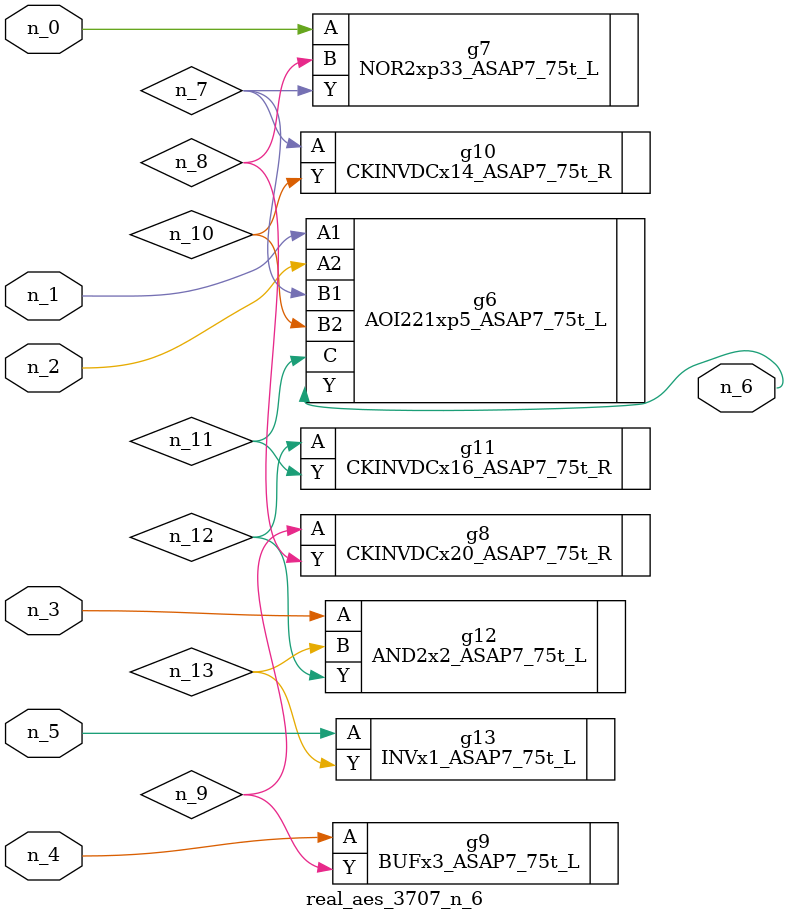
<source format=v>
module real_aes_3707_n_6 (n_4, n_0, n_3, n_5, n_2, n_1, n_6);
input n_4;
input n_0;
input n_3;
input n_5;
input n_2;
input n_1;
output n_6;
wire n_13;
wire n_7;
wire n_8;
wire n_9;
wire n_12;
wire n_10;
wire n_11;
NOR2xp33_ASAP7_75t_L g7 ( .A(n_0), .B(n_8), .Y(n_7) );
AOI221xp5_ASAP7_75t_L g6 ( .A1(n_1), .A2(n_2), .B1(n_7), .B2(n_10), .C(n_11), .Y(n_6) );
AND2x2_ASAP7_75t_L g12 ( .A(n_3), .B(n_13), .Y(n_12) );
BUFx3_ASAP7_75t_L g9 ( .A(n_4), .Y(n_9) );
INVx1_ASAP7_75t_L g13 ( .A(n_5), .Y(n_13) );
CKINVDCx14_ASAP7_75t_R g10 ( .A(n_7), .Y(n_10) );
CKINVDCx20_ASAP7_75t_R g8 ( .A(n_9), .Y(n_8) );
CKINVDCx16_ASAP7_75t_R g11 ( .A(n_12), .Y(n_11) );
endmodule
</source>
